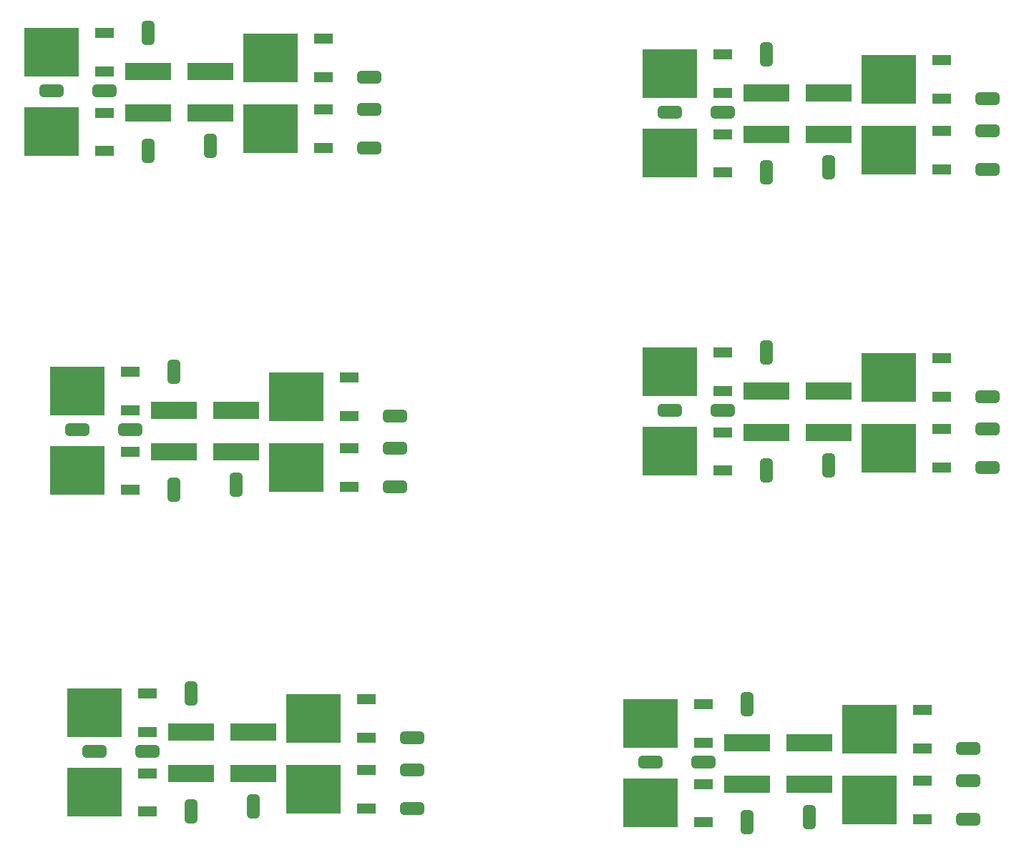
<source format=gtp>
G04 Layer_Color=8421504*
%FSLAX25Y25*%
%MOIN*%
G70*
G01*
G75*
%ADD10R,0.08661X0.04724*%
%ADD11R,0.25197X0.22835*%
%ADD12R,0.21260X0.07874*%
G04:AMPARAMS|DCode=13|XSize=60.24mil|YSize=110.04mil|CornerRadius=15.06mil|HoleSize=0mil|Usage=FLASHONLY|Rotation=90.000|XOffset=0mil|YOffset=0mil|HoleType=Round|Shape=RoundedRectangle|*
%AMROUNDEDRECTD13*
21,1,0.06024,0.07992,0,0,90.0*
21,1,0.03012,0.11004,0,0,90.0*
1,1,0.03012,0.03996,0.01506*
1,1,0.03012,0.03996,-0.01506*
1,1,0.03012,-0.03996,-0.01506*
1,1,0.03012,-0.03996,0.01506*
%
%ADD13ROUNDEDRECTD13*%
G04:AMPARAMS|DCode=14|XSize=60.24mil|YSize=110.04mil|CornerRadius=15.06mil|HoleSize=0mil|Usage=FLASHONLY|Rotation=0.000|XOffset=0mil|YOffset=0mil|HoleType=Round|Shape=RoundedRectangle|*
%AMROUNDEDRECTD14*
21,1,0.06024,0.07992,0,0,0.0*
21,1,0.03012,0.11004,0,0,0.0*
1,1,0.03012,0.01506,-0.03996*
1,1,0.03012,-0.01506,-0.03996*
1,1,0.03012,-0.01506,0.03996*
1,1,0.03012,0.01506,0.03996*
%
%ADD14ROUNDEDRECTD14*%
D10*
X-99197Y462976D02*
D03*
Y445024D02*
D03*
X-201197Y465681D02*
D03*
Y447728D02*
D03*
Y428437D02*
D03*
Y410484D02*
D03*
X-99197Y429976D02*
D03*
Y412024D02*
D03*
Y290976D02*
D03*
Y273024D02*
D03*
X-201197Y289437D02*
D03*
Y271484D02*
D03*
X-99197Y323976D02*
D03*
Y306024D02*
D03*
X-201197Y326681D02*
D03*
Y308728D02*
D03*
X-108197Y126976D02*
D03*
Y109024D02*
D03*
X-210197Y125437D02*
D03*
Y107484D02*
D03*
X-108197Y159976D02*
D03*
Y142024D02*
D03*
X-210197Y162681D02*
D03*
Y144728D02*
D03*
X-387197Y439976D02*
D03*
Y422024D02*
D03*
X-489197Y438437D02*
D03*
Y420484D02*
D03*
X-387197Y472976D02*
D03*
Y455024D02*
D03*
X-489197Y475681D02*
D03*
Y457728D02*
D03*
X-375197Y281976D02*
D03*
Y264024D02*
D03*
X-477197Y280437D02*
D03*
Y262484D02*
D03*
X-375197Y314976D02*
D03*
Y297024D02*
D03*
X-477197Y317681D02*
D03*
Y299728D02*
D03*
X-367197Y131976D02*
D03*
Y114024D02*
D03*
X-469197Y130437D02*
D03*
Y112484D02*
D03*
X-367197Y164976D02*
D03*
Y147024D02*
D03*
X-469197Y167681D02*
D03*
Y149728D02*
D03*
D11*
X-124000Y454000D02*
D03*
X-226000Y456705D02*
D03*
Y419461D02*
D03*
X-124000Y421000D02*
D03*
Y282000D02*
D03*
X-226000Y280461D02*
D03*
X-124000Y315000D02*
D03*
X-226000Y317705D02*
D03*
X-133000Y118000D02*
D03*
X-235000Y116461D02*
D03*
X-133000Y151000D02*
D03*
X-235000Y153705D02*
D03*
X-412000Y431000D02*
D03*
X-514000Y429461D02*
D03*
X-412000Y464000D02*
D03*
X-514000Y466705D02*
D03*
X-400000Y273000D02*
D03*
X-502000Y271461D02*
D03*
X-400000Y306000D02*
D03*
X-502000Y308705D02*
D03*
X-392000Y123000D02*
D03*
X-494000Y121461D02*
D03*
X-392000Y156000D02*
D03*
X-494000Y158705D02*
D03*
D12*
X-181000Y428437D02*
D03*
Y447728D02*
D03*
X-152000Y428437D02*
D03*
Y447728D02*
D03*
Y289437D02*
D03*
Y308728D02*
D03*
X-181000Y289437D02*
D03*
Y308728D02*
D03*
X-161000Y125437D02*
D03*
Y144728D02*
D03*
X-190000Y125437D02*
D03*
Y144728D02*
D03*
X-440000Y438437D02*
D03*
Y457728D02*
D03*
X-469000Y438437D02*
D03*
Y457728D02*
D03*
X-428000Y280437D02*
D03*
Y299728D02*
D03*
X-457000Y280437D02*
D03*
Y299728D02*
D03*
X-420000Y130437D02*
D03*
Y149728D02*
D03*
X-449000Y130437D02*
D03*
Y149728D02*
D03*
D13*
X-226000Y438732D02*
D03*
X-78000Y412024D02*
D03*
Y429976D02*
D03*
Y445024D02*
D03*
X-201197Y438732D02*
D03*
Y299732D02*
D03*
X-78000Y306024D02*
D03*
Y290976D02*
D03*
Y273024D02*
D03*
X-226000Y299732D02*
D03*
X-210197Y135732D02*
D03*
X-87000Y142024D02*
D03*
Y126976D02*
D03*
Y109024D02*
D03*
X-235000Y135732D02*
D03*
X-489197Y448732D02*
D03*
X-366000Y455024D02*
D03*
Y439976D02*
D03*
Y422024D02*
D03*
X-514000Y448732D02*
D03*
X-477197Y290732D02*
D03*
X-354000Y297024D02*
D03*
Y281976D02*
D03*
Y264024D02*
D03*
X-502000Y290732D02*
D03*
X-469197Y140732D02*
D03*
X-346000Y147024D02*
D03*
Y131976D02*
D03*
Y114024D02*
D03*
X-494000Y140732D02*
D03*
D14*
X-181000Y410484D02*
D03*
X-152000Y413024D02*
D03*
X-181000Y465681D02*
D03*
Y326681D02*
D03*
X-152000Y274024D02*
D03*
X-181000Y271484D02*
D03*
X-190000Y162681D02*
D03*
X-161000Y110024D02*
D03*
X-190000Y107484D02*
D03*
X-469000Y475681D02*
D03*
X-440000Y423024D02*
D03*
X-469000Y420484D02*
D03*
X-457000Y317681D02*
D03*
X-428000Y265024D02*
D03*
X-457000Y262484D02*
D03*
X-449000Y167681D02*
D03*
X-420000Y115024D02*
D03*
X-449000Y112484D02*
D03*
M02*

</source>
